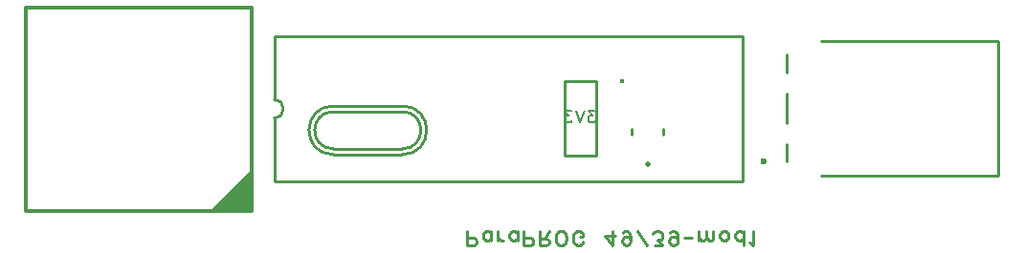
<source format=gbr>
G04 DipTrace 3.0.0.2*
G04 BottomSilk.gbr*
%MOIN*%
G04 #@! TF.FileFunction,Legend,Bot*
G04 #@! TF.Part,Single*
%ADD10C,0.009843*%
%ADD19C,0.019688*%
%ADD21C,0.023619*%
%ADD28C,0.011811*%
%ADD32C,0.015431*%
%ADD66C,0.006176*%
%ADD67C,0.010936*%
%FSLAX26Y26*%
G04*
G70*
G90*
G75*
G01*
G04 BotSilk*
%LPD*%
D19*
X2594488Y720471D3*
X2539370Y824809D2*
D10*
Y844492D1*
X2649606Y824809D2*
Y844492D1*
X3816929Y1151555D2*
Y679154D1*
Y1151555D2*
X3200805D1*
X3816929Y679154D2*
X3200805D1*
X3078757Y789346D2*
Y728339D1*
Y1102370D2*
Y1041362D1*
D21*
X2998022Y730309D3*
X3078757Y966535D2*
D10*
Y864173D1*
X1217717Y558268D2*
D28*
X430315D1*
Y1266929D1*
X1217717D1*
Y558268D1*
G36*
X1213780Y563795D2*
Y698441D1*
X1079134Y563795D1*
X1076772D1*
X1213780D1*
G37*
X1295276Y1165378D2*
D10*
X2925197D1*
X1295276Y661459D2*
X2925197D1*
Y1165378D2*
Y661459D1*
X1295276Y1165378D2*
Y944860D1*
Y661459D2*
Y881911D1*
Y944860D2*
G02X1295276Y881911I-17J-31474D01*
G01*
D32*
X2504604Y1008802D3*
X2415354Y1009841D2*
D10*
Y750011D1*
X2305118Y1009841D2*
Y750011D1*
X2415354D2*
X2305118D1*
X2415354Y1009841D2*
X2305118D1*
X1500584Y923583D2*
X1740598D1*
X1500584Y753583D2*
X1740598D1*
X1500584Y903591D2*
X1740598D1*
Y773575D2*
X1500584D1*
Y753583D2*
G02X1500584Y923583I7J85000D01*
G01*
X1740598D2*
G02X1740598Y753583I-7J-85000D01*
G01*
X1500584Y773575D2*
G02X1500584Y903591I23J65008D01*
G01*
X1740598D2*
G02X1740598Y773575I-23J-65008D01*
G01*
X2410834Y905719D2*
D66*
X2389832D1*
X2401284Y890420D1*
X2395536D1*
X2391733Y888519D1*
X2389832Y886618D1*
X2387886Y880870D1*
Y877067D1*
X2389832Y871319D1*
X2393634Y867472D1*
X2399382Y865571D1*
X2405130D1*
X2410834Y867472D1*
X2412735Y869418D1*
X2414681Y873220D1*
X2375535Y905763D2*
X2360236Y865571D1*
X2344938Y905763D1*
X2328739Y905719D2*
X2307737D1*
X2319189Y890420D1*
X2313441D1*
X2309638Y888519D1*
X2307737Y886618D1*
X2305792Y880870D1*
Y877067D1*
X2307737Y871319D1*
X2311540Y867472D1*
X2317288Y865571D1*
X2323036D1*
X2328739Y867472D1*
X2330641Y869418D1*
X2332586Y873220D1*
X1966535Y462850D2*
D67*
X1988090D1*
X1995220Y460474D1*
X1997652Y458042D1*
X2000028Y453289D1*
Y446104D1*
X1997652Y441350D1*
X1995220Y438919D1*
X1988090Y436542D1*
X1966535D1*
Y486782D1*
X2050585Y453289D2*
Y486782D1*
Y460474D2*
X2045832Y455665D1*
X2041024Y453289D1*
X2033894D1*
X2029086Y455665D1*
X2024332Y460474D1*
X2021901Y467659D1*
Y472412D1*
X2024332Y479597D1*
X2029086Y484350D1*
X2033894Y486782D1*
X2041024D1*
X2045832Y484350D1*
X2050585Y479597D1*
X2072458Y453289D2*
Y486782D1*
Y467659D2*
X2074890Y460474D1*
X2079643Y455665D1*
X2084451Y453289D1*
X2091636D1*
X2142193D2*
Y486782D1*
Y460474D2*
X2137440Y455665D1*
X2132632Y453289D1*
X2125502D1*
X2120694Y455665D1*
X2115940Y460474D1*
X2113508Y467659D1*
Y472412D1*
X2115940Y479597D1*
X2120694Y484350D1*
X2125502Y486782D1*
X2132632D1*
X2137440Y484350D1*
X2142193Y479597D1*
X2164066Y462850D2*
X2185621D1*
X2192751Y460474D1*
X2195182Y458042D1*
X2197559Y453289D1*
Y446104D1*
X2195182Y441350D1*
X2192751Y438919D1*
X2185621Y436542D1*
X2164066D1*
Y486782D1*
X2219431Y460474D2*
X2240931D1*
X2248116Y458042D1*
X2250548Y455665D1*
X2252925Y450912D1*
Y446104D1*
X2250548Y441350D1*
X2248116Y438919D1*
X2240931Y436542D1*
X2219431D1*
Y486782D1*
X2236178Y460474D2*
X2252925Y486782D1*
X2289167Y436542D2*
X2284358Y438919D1*
X2279605Y443727D1*
X2277173Y448480D1*
X2274797Y455665D1*
Y467659D1*
X2277173Y474789D1*
X2279605Y479597D1*
X2284358Y484350D1*
X2289167Y486782D1*
X2298729D1*
X2303482Y484350D1*
X2308290Y479597D1*
X2310667Y474789D1*
X2313043Y467659D1*
Y455665D1*
X2310667Y448480D1*
X2308290Y443727D1*
X2303482Y438919D1*
X2298729Y436542D1*
X2289167D1*
X2370786Y448480D2*
X2368409Y443727D1*
X2363600Y438919D1*
X2358847Y436542D1*
X2349286D1*
X2344477Y438919D1*
X2339724Y443727D1*
X2337292Y448480D1*
X2334916Y455665D1*
Y467659D1*
X2337292Y474789D1*
X2339724Y479597D1*
X2344477Y484350D1*
X2349286Y486782D1*
X2358847D1*
X2363600Y484350D1*
X2368409Y479597D1*
X2370786Y474789D1*
Y467659D1*
X2358847D1*
X2471623Y486782D2*
Y436597D1*
X2447692Y470035D1*
X2483562D1*
X2536551Y453289D2*
X2534119Y460474D1*
X2529366Y465282D1*
X2522181Y467659D1*
X2519804D1*
X2512619Y465282D1*
X2507866Y460474D1*
X2505434Y453289D1*
Y450912D1*
X2507866Y443727D1*
X2512619Y438974D1*
X2519804Y436597D1*
X2522181D1*
X2529366Y438974D1*
X2534119Y443727D1*
X2536551Y453289D1*
Y465282D1*
X2534119Y477220D1*
X2529366Y484405D1*
X2522181Y486782D1*
X2517427D1*
X2510242Y484405D1*
X2507866Y479597D1*
X2558423Y486782D2*
X2591916Y436597D1*
X2618597D2*
X2644850D1*
X2630535Y455721D1*
X2637720D1*
X2642473Y458097D1*
X2644850Y460474D1*
X2647282Y467659D1*
Y472412D1*
X2644850Y479597D1*
X2640097Y484405D1*
X2632912Y486782D1*
X2625727D1*
X2618597Y484405D1*
X2616220Y481974D1*
X2613789Y477220D1*
X2700271Y453289D2*
X2697839Y460474D1*
X2693086Y465282D1*
X2685901Y467659D1*
X2683524D1*
X2676339Y465282D1*
X2671586Y460474D1*
X2669154Y453289D1*
Y450912D1*
X2671586Y443727D1*
X2676339Y438974D1*
X2683524Y436597D1*
X2685901D1*
X2693086Y438974D1*
X2697839Y443727D1*
X2700271Y453289D1*
Y465282D1*
X2697839Y477220D1*
X2693086Y484405D1*
X2685901Y486782D1*
X2681148D1*
X2673963Y484405D1*
X2671586Y479597D1*
X2722143Y461690D2*
X2749778D1*
X2771650Y453289D2*
Y486782D1*
Y462850D2*
X2778835Y455665D1*
X2783644Y453289D1*
X2790773D1*
X2795582Y455665D1*
X2797959Y462850D1*
Y486782D1*
Y462850D2*
X2805144Y455665D1*
X2809952Y453289D1*
X2817082D1*
X2821890Y455665D1*
X2824322Y462850D1*
Y486782D1*
X2858133Y453289D2*
X2853379Y455665D1*
X2848571Y460474D1*
X2846194Y467659D1*
Y472412D1*
X2848571Y479597D1*
X2853379Y484350D1*
X2858133Y486782D1*
X2865318D1*
X2870126Y484350D1*
X2874879Y479597D1*
X2877311Y472412D1*
Y467659D1*
X2874879Y460474D1*
X2870126Y455665D1*
X2865318Y453289D1*
X2858133D1*
X2927868Y436542D2*
Y486782D1*
Y460474D2*
X2923115Y455665D1*
X2918307Y453289D1*
X2911122D1*
X2906368Y455665D1*
X2901560Y460474D1*
X2899183Y467659D1*
Y472412D1*
X2901560Y479597D1*
X2906368Y484350D1*
X2911122Y486782D1*
X2918307D1*
X2923115Y484350D1*
X2927868Y479597D1*
X2949740Y446159D2*
X2954549Y443727D1*
X2961734Y436597D1*
Y486782D1*
M02*

</source>
